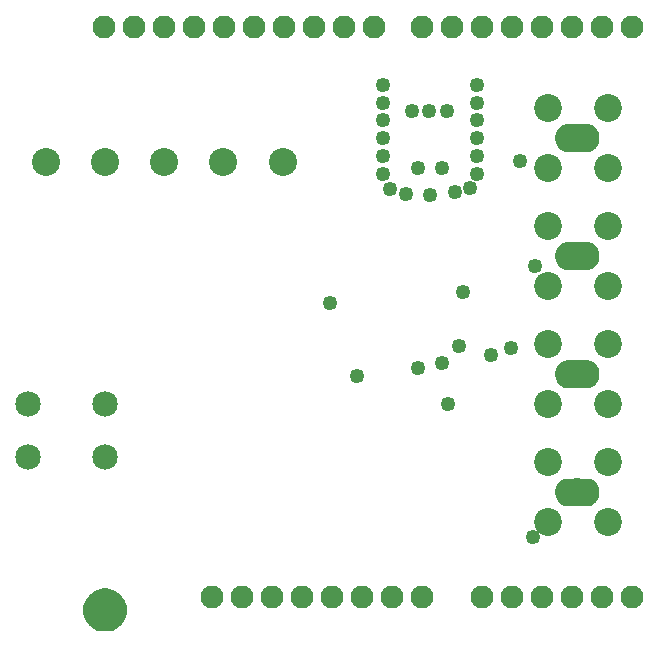
<source format=gbs>
G04 MADE WITH FRITZING*
G04 WWW.FRITZING.ORG*
G04 DOUBLE SIDED*
G04 HOLES PLATED*
G04 CONTOUR ON CENTER OF CONTOUR VECTOR*
%ASAXBY*%
%FSLAX23Y23*%
%MOIN*%
%OFA0B0*%
%SFA1.0B1.0*%
%ADD10C,0.059055*%
%ADD11C,0.049370*%
%ADD12C,0.093307*%
%ADD13C,0.085000*%
%ADD14C,0.092677*%
%ADD15C,0.093071*%
%ADD16C,0.076194*%
%ADD17C,0.076222*%
%ADD18C,0.030000*%
%ADD19R,0.001000X0.001000*%
%LNMASK0*%
G90*
G70*
G54D10*
X747Y65D03*
G54D11*
X1791Y873D03*
X1791Y1542D03*
X1869Y892D03*
X1869Y1542D03*
X1987Y1640D03*
X1673Y1581D03*
X1987Y1758D03*
X1673Y1817D03*
X1987Y1817D03*
X1696Y1471D03*
X1885Y1731D03*
X1673Y1758D03*
X1673Y1699D03*
X1826Y1731D03*
X1987Y1522D03*
X1987Y1581D03*
X1673Y1522D03*
X1987Y1699D03*
X1673Y1640D03*
X1771Y1731D03*
X1830Y1451D03*
X1964Y1475D03*
X1913Y1459D03*
X1751Y1455D03*
G54D12*
X1338Y1561D03*
X1141Y1561D03*
X944Y1561D03*
X747Y1561D03*
X550Y1561D03*
G54D11*
X1925Y947D03*
X2033Y918D03*
X2100Y939D03*
X1939Y1126D03*
X2131Y1563D03*
X2178Y1215D03*
X2173Y311D03*
X1495Y1089D03*
X1586Y847D03*
X1889Y754D03*
G54D13*
X747Y577D03*
X491Y577D03*
X747Y754D03*
X491Y754D03*
G54D14*
X2222Y559D03*
G54D15*
X2321Y460D03*
X2222Y359D03*
X2222Y559D03*
X2422Y359D03*
X2422Y559D03*
G54D14*
X2222Y953D03*
G54D15*
X2321Y854D03*
X2222Y753D03*
X2222Y953D03*
X2422Y753D03*
X2422Y953D03*
G54D14*
X2222Y1740D03*
G54D15*
X2321Y1641D03*
X2222Y1540D03*
X2222Y1740D03*
X2422Y1540D03*
X2422Y1740D03*
G54D16*
X2102Y112D03*
X2202Y112D03*
X2302Y112D03*
X2402Y112D03*
X2502Y112D03*
G54D17*
X1642Y2012D03*
X1542Y2012D03*
X1442Y2012D03*
X1342Y2012D03*
X1242Y2012D03*
X1142Y2012D03*
X1042Y2012D03*
X942Y2012D03*
X842Y2012D03*
X742Y2012D03*
X2502Y2012D03*
X2402Y2012D03*
X2302Y2012D03*
X2202Y2012D03*
X2102Y2012D03*
X2002Y2012D03*
X1902Y2012D03*
X1802Y2012D03*
G54D16*
X1202Y112D03*
X1102Y112D03*
X1302Y112D03*
X1402Y112D03*
X1502Y112D03*
X1602Y112D03*
X1702Y112D03*
X1802Y112D03*
X2002Y112D03*
G54D14*
X2222Y1346D03*
G54D15*
X2321Y1247D03*
X2222Y1147D03*
X2222Y1347D03*
X2422Y1147D03*
X2422Y1347D03*
G54D18*
G36*
X1370Y1530D02*
X1306Y1530D01*
X1306Y1593D01*
X1370Y1593D01*
X1370Y1530D01*
G37*
D02*
G54D19*
X2280Y1686D02*
X2361Y1686D01*
X2277Y1685D02*
X2365Y1685D01*
X2274Y1684D02*
X2368Y1684D01*
X2272Y1683D02*
X2370Y1683D01*
X2270Y1682D02*
X2372Y1682D01*
X2268Y1681D02*
X2373Y1681D01*
X2267Y1680D02*
X2375Y1680D01*
X2266Y1679D02*
X2376Y1679D01*
X2264Y1678D02*
X2377Y1678D01*
X2263Y1677D02*
X2378Y1677D01*
X2262Y1676D02*
X2380Y1676D01*
X2261Y1675D02*
X2380Y1675D01*
X2260Y1674D02*
X2381Y1674D01*
X2259Y1673D02*
X2382Y1673D01*
X2259Y1672D02*
X2383Y1672D01*
X2258Y1671D02*
X2384Y1671D01*
X2257Y1670D02*
X2385Y1670D01*
X2256Y1669D02*
X2385Y1669D01*
X2256Y1668D02*
X2386Y1668D01*
X2255Y1667D02*
X2387Y1667D01*
X2254Y1666D02*
X2387Y1666D01*
X2254Y1665D02*
X2388Y1665D01*
X2253Y1664D02*
X2388Y1664D01*
X2253Y1663D02*
X2389Y1663D01*
X2252Y1662D02*
X2389Y1662D01*
X2252Y1661D02*
X2390Y1661D01*
X2251Y1660D02*
X2316Y1660D01*
X2326Y1660D02*
X2390Y1660D01*
X2251Y1659D02*
X2314Y1659D01*
X2328Y1659D02*
X2391Y1659D01*
X2251Y1658D02*
X2312Y1658D01*
X2330Y1658D02*
X2391Y1658D01*
X2250Y1657D02*
X2311Y1657D01*
X2331Y1657D02*
X2391Y1657D01*
X2250Y1656D02*
X2310Y1656D01*
X2332Y1656D02*
X2392Y1656D01*
X2250Y1655D02*
X2309Y1655D01*
X2333Y1655D02*
X2392Y1655D01*
X2249Y1654D02*
X2308Y1654D01*
X2334Y1654D02*
X2392Y1654D01*
X2249Y1653D02*
X2307Y1653D01*
X2334Y1653D02*
X2393Y1653D01*
X2249Y1652D02*
X2307Y1652D01*
X2335Y1652D02*
X2393Y1652D01*
X2249Y1651D02*
X2306Y1651D01*
X2335Y1651D02*
X2393Y1651D01*
X2248Y1650D02*
X2306Y1650D01*
X2336Y1650D02*
X2393Y1650D01*
X2248Y1649D02*
X2306Y1649D01*
X2336Y1649D02*
X2393Y1649D01*
X2248Y1648D02*
X2305Y1648D01*
X2336Y1648D02*
X2394Y1648D01*
X2248Y1647D02*
X2305Y1647D01*
X2337Y1647D02*
X2394Y1647D01*
X2248Y1646D02*
X2305Y1646D01*
X2337Y1646D02*
X2394Y1646D01*
X2248Y1645D02*
X2305Y1645D01*
X2337Y1645D02*
X2394Y1645D01*
X2248Y1644D02*
X2305Y1644D01*
X2337Y1644D02*
X2394Y1644D01*
X2248Y1643D02*
X2304Y1643D01*
X2337Y1643D02*
X2394Y1643D01*
X2248Y1642D02*
X2304Y1642D01*
X2337Y1642D02*
X2394Y1642D01*
X2248Y1641D02*
X2304Y1641D01*
X2337Y1641D02*
X2394Y1641D01*
X2247Y1640D02*
X2304Y1640D01*
X2337Y1640D02*
X2394Y1640D01*
X2248Y1639D02*
X2304Y1639D01*
X2337Y1639D02*
X2394Y1639D01*
X2248Y1638D02*
X2304Y1638D01*
X2337Y1638D02*
X2394Y1638D01*
X2248Y1637D02*
X2305Y1637D01*
X2337Y1637D02*
X2394Y1637D01*
X2248Y1636D02*
X2305Y1636D01*
X2337Y1636D02*
X2394Y1636D01*
X2248Y1635D02*
X2305Y1635D01*
X2337Y1635D02*
X2394Y1635D01*
X2248Y1634D02*
X2305Y1634D01*
X2337Y1634D02*
X2394Y1634D01*
X2248Y1633D02*
X2305Y1633D01*
X2336Y1633D02*
X2394Y1633D01*
X2248Y1632D02*
X2306Y1632D01*
X2336Y1632D02*
X2393Y1632D01*
X2248Y1631D02*
X2306Y1631D01*
X2336Y1631D02*
X2393Y1631D01*
X2249Y1630D02*
X2306Y1630D01*
X2335Y1630D02*
X2393Y1630D01*
X2249Y1629D02*
X2307Y1629D01*
X2335Y1629D02*
X2393Y1629D01*
X2249Y1628D02*
X2307Y1628D01*
X2334Y1628D02*
X2393Y1628D01*
X2249Y1627D02*
X2308Y1627D01*
X2334Y1627D02*
X2392Y1627D01*
X2250Y1626D02*
X2309Y1626D01*
X2333Y1626D02*
X2392Y1626D01*
X2250Y1625D02*
X2310Y1625D01*
X2332Y1625D02*
X2392Y1625D01*
X2250Y1624D02*
X2311Y1624D01*
X2331Y1624D02*
X2391Y1624D01*
X2251Y1623D02*
X2312Y1623D01*
X2330Y1623D02*
X2391Y1623D01*
X2251Y1622D02*
X2313Y1622D01*
X2328Y1622D02*
X2391Y1622D01*
X2251Y1621D02*
X2316Y1621D01*
X2326Y1621D02*
X2390Y1621D01*
X2252Y1620D02*
X2390Y1620D01*
X2252Y1619D02*
X2389Y1619D01*
X2253Y1618D02*
X2389Y1618D01*
X2253Y1617D02*
X2388Y1617D01*
X2254Y1616D02*
X2388Y1616D01*
X2254Y1615D02*
X2387Y1615D01*
X2255Y1614D02*
X2387Y1614D01*
X2256Y1613D02*
X2386Y1613D01*
X2256Y1612D02*
X2386Y1612D01*
X2257Y1611D02*
X2385Y1611D01*
X2258Y1610D02*
X2384Y1610D01*
X2258Y1609D02*
X2383Y1609D01*
X2259Y1608D02*
X2383Y1608D01*
X2260Y1607D02*
X2382Y1607D01*
X2261Y1606D02*
X2381Y1606D01*
X2262Y1605D02*
X2380Y1605D01*
X2263Y1604D02*
X2379Y1604D01*
X2264Y1603D02*
X2378Y1603D01*
X2265Y1602D02*
X2376Y1602D01*
X2267Y1601D02*
X2375Y1601D01*
X2268Y1600D02*
X2374Y1600D01*
X2270Y1599D02*
X2372Y1599D01*
X2271Y1598D02*
X2370Y1598D01*
X2274Y1597D02*
X2368Y1597D01*
X2276Y1596D02*
X2366Y1596D01*
X2279Y1595D02*
X2362Y1595D01*
X2285Y1293D02*
X2356Y1293D01*
X2279Y1292D02*
X2363Y1292D01*
X2276Y1291D02*
X2366Y1291D01*
X2273Y1290D02*
X2368Y1290D01*
X2271Y1289D02*
X2371Y1289D01*
X2269Y1288D02*
X2372Y1288D01*
X2268Y1287D02*
X2374Y1287D01*
X2266Y1286D02*
X2375Y1286D01*
X2265Y1285D02*
X2377Y1285D01*
X2264Y1284D02*
X2378Y1284D01*
X2263Y1283D02*
X2379Y1283D01*
X2262Y1282D02*
X2380Y1282D01*
X2261Y1281D02*
X2381Y1281D01*
X2260Y1280D02*
X2382Y1280D01*
X2259Y1279D02*
X2383Y1279D01*
X2258Y1278D02*
X2383Y1278D01*
X2258Y1277D02*
X2384Y1277D01*
X2257Y1276D02*
X2385Y1276D01*
X2256Y1275D02*
X2386Y1275D01*
X2255Y1274D02*
X2386Y1274D01*
X2255Y1273D02*
X2387Y1273D01*
X2254Y1272D02*
X2388Y1272D01*
X2254Y1271D02*
X2388Y1271D01*
X2253Y1270D02*
X2389Y1270D01*
X2253Y1269D02*
X2389Y1269D01*
X2252Y1268D02*
X2390Y1268D01*
X2252Y1267D02*
X2320Y1267D01*
X2322Y1267D02*
X2390Y1267D01*
X2251Y1266D02*
X2315Y1266D01*
X2327Y1266D02*
X2390Y1266D01*
X2251Y1265D02*
X2313Y1265D01*
X2329Y1265D02*
X2391Y1265D01*
X2251Y1264D02*
X2311Y1264D01*
X2330Y1264D02*
X2391Y1264D01*
X2250Y1263D02*
X2310Y1263D01*
X2331Y1263D02*
X2392Y1263D01*
X2250Y1262D02*
X2309Y1262D01*
X2332Y1262D02*
X2392Y1262D01*
X2250Y1261D02*
X2309Y1261D01*
X2333Y1261D02*
X2392Y1261D01*
X2249Y1260D02*
X2308Y1260D01*
X2334Y1260D02*
X2392Y1260D01*
X2249Y1259D02*
X2307Y1259D01*
X2334Y1259D02*
X2393Y1259D01*
X2249Y1258D02*
X2307Y1258D01*
X2335Y1258D02*
X2393Y1258D01*
X2249Y1257D02*
X2306Y1257D01*
X2335Y1257D02*
X2393Y1257D01*
X2248Y1256D02*
X2306Y1256D01*
X2336Y1256D02*
X2393Y1256D01*
X2248Y1255D02*
X2305Y1255D01*
X2336Y1255D02*
X2394Y1255D01*
X2248Y1254D02*
X2305Y1254D01*
X2336Y1254D02*
X2394Y1254D01*
X2248Y1253D02*
X2305Y1253D01*
X2337Y1253D02*
X2394Y1253D01*
X2248Y1252D02*
X2305Y1252D01*
X2337Y1252D02*
X2394Y1252D01*
X2248Y1251D02*
X2305Y1251D01*
X2337Y1251D02*
X2394Y1251D01*
X2248Y1250D02*
X2305Y1250D01*
X2337Y1250D02*
X2394Y1250D01*
X2248Y1249D02*
X2304Y1249D01*
X2337Y1249D02*
X2394Y1249D01*
X2248Y1248D02*
X2304Y1248D01*
X2337Y1248D02*
X2394Y1248D01*
X2247Y1247D02*
X2304Y1247D01*
X2337Y1247D02*
X2394Y1247D01*
X2248Y1246D02*
X2304Y1246D01*
X2337Y1246D02*
X2394Y1246D01*
X2248Y1245D02*
X2304Y1245D01*
X2337Y1245D02*
X2394Y1245D01*
X2248Y1244D02*
X2304Y1244D01*
X2337Y1244D02*
X2394Y1244D01*
X2248Y1243D02*
X2305Y1243D01*
X2337Y1243D02*
X2394Y1243D01*
X2248Y1242D02*
X2305Y1242D01*
X2337Y1242D02*
X2394Y1242D01*
X2248Y1241D02*
X2305Y1241D01*
X2337Y1241D02*
X2394Y1241D01*
X2248Y1240D02*
X2305Y1240D01*
X2337Y1240D02*
X2394Y1240D01*
X2248Y1239D02*
X2305Y1239D01*
X2336Y1239D02*
X2394Y1239D01*
X2248Y1238D02*
X2306Y1238D01*
X2336Y1238D02*
X2393Y1238D01*
X2248Y1237D02*
X2306Y1237D01*
X2336Y1237D02*
X2393Y1237D01*
X2249Y1236D02*
X2307Y1236D01*
X2335Y1236D02*
X2393Y1236D01*
X2249Y1235D02*
X2307Y1235D01*
X2335Y1235D02*
X2393Y1235D01*
X2249Y1234D02*
X2308Y1234D01*
X2334Y1234D02*
X2393Y1234D01*
X2249Y1233D02*
X2308Y1233D01*
X2333Y1233D02*
X2392Y1233D01*
X2250Y1232D02*
X2309Y1232D01*
X2333Y1232D02*
X2392Y1232D01*
X2250Y1231D02*
X2310Y1231D01*
X2332Y1231D02*
X2392Y1231D01*
X2250Y1230D02*
X2311Y1230D01*
X2331Y1230D02*
X2391Y1230D01*
X2251Y1229D02*
X2312Y1229D01*
X2329Y1229D02*
X2391Y1229D01*
X2251Y1228D02*
X2314Y1228D01*
X2328Y1228D02*
X2391Y1228D01*
X2252Y1227D02*
X2317Y1227D01*
X2325Y1227D02*
X2390Y1227D01*
X2252Y1226D02*
X2390Y1226D01*
X2252Y1225D02*
X2389Y1225D01*
X2253Y1224D02*
X2389Y1224D01*
X2253Y1223D02*
X2388Y1223D01*
X2254Y1222D02*
X2388Y1222D01*
X2255Y1221D02*
X2387Y1221D01*
X2255Y1220D02*
X2387Y1220D01*
X2256Y1219D02*
X2386Y1219D01*
X2256Y1218D02*
X2385Y1218D01*
X2257Y1217D02*
X2385Y1217D01*
X2258Y1216D02*
X2384Y1216D01*
X2259Y1215D02*
X2383Y1215D01*
X2260Y1214D02*
X2382Y1214D01*
X2260Y1213D02*
X2381Y1213D01*
X2261Y1212D02*
X2380Y1212D01*
X2262Y1211D02*
X2379Y1211D01*
X2263Y1210D02*
X2378Y1210D01*
X2265Y1209D02*
X2377Y1209D01*
X2266Y1208D02*
X2376Y1208D01*
X2267Y1207D02*
X2374Y1207D01*
X2269Y1206D02*
X2373Y1206D01*
X2270Y1205D02*
X2371Y1205D01*
X2272Y1204D02*
X2369Y1204D01*
X2274Y1203D02*
X2367Y1203D01*
X2277Y1202D02*
X2364Y1202D01*
X2281Y1201D02*
X2360Y1201D01*
X2282Y899D02*
X2360Y899D01*
X2277Y898D02*
X2364Y898D01*
X2275Y897D02*
X2367Y897D01*
X2272Y896D02*
X2369Y896D01*
X2270Y895D02*
X2371Y895D01*
X2269Y894D02*
X2373Y894D01*
X2267Y893D02*
X2374Y893D01*
X2266Y892D02*
X2376Y892D01*
X2265Y891D02*
X2377Y891D01*
X2264Y890D02*
X2378Y890D01*
X2262Y889D02*
X2379Y889D01*
X2261Y888D02*
X2380Y888D01*
X2261Y887D02*
X2381Y887D01*
X2260Y886D02*
X2382Y886D01*
X2259Y885D02*
X2383Y885D01*
X2258Y884D02*
X2384Y884D01*
X2257Y883D02*
X2384Y883D01*
X2256Y882D02*
X2385Y882D01*
X2256Y881D02*
X2386Y881D01*
X2255Y880D02*
X2387Y880D01*
X2255Y879D02*
X2387Y879D01*
X2254Y878D02*
X2388Y878D01*
X2253Y877D02*
X2388Y877D01*
X2253Y876D02*
X2389Y876D01*
X2252Y875D02*
X2389Y875D01*
X2252Y874D02*
X2390Y874D01*
X2252Y873D02*
X2317Y873D01*
X2325Y873D02*
X2390Y873D01*
X2251Y872D02*
X2314Y872D01*
X2328Y872D02*
X2391Y872D01*
X2251Y871D02*
X2312Y871D01*
X2329Y871D02*
X2391Y871D01*
X2250Y870D02*
X2311Y870D01*
X2331Y870D02*
X2391Y870D01*
X2250Y869D02*
X2310Y869D01*
X2332Y869D02*
X2392Y869D01*
X2250Y868D02*
X2309Y868D01*
X2333Y868D02*
X2392Y868D01*
X2249Y867D02*
X2308Y867D01*
X2333Y867D02*
X2392Y867D01*
X2249Y866D02*
X2308Y866D01*
X2334Y866D02*
X2393Y866D01*
X2249Y865D02*
X2307Y865D01*
X2335Y865D02*
X2393Y865D01*
X2249Y864D02*
X2307Y864D01*
X2335Y864D02*
X2393Y864D01*
X2248Y863D02*
X2306Y863D01*
X2336Y863D02*
X2393Y863D01*
X2248Y862D02*
X2306Y862D01*
X2336Y862D02*
X2393Y862D01*
X2248Y861D02*
X2305Y861D01*
X2336Y861D02*
X2394Y861D01*
X2248Y860D02*
X2305Y860D01*
X2337Y860D02*
X2394Y860D01*
X2248Y859D02*
X2305Y859D01*
X2337Y859D02*
X2394Y859D01*
X2248Y858D02*
X2305Y858D01*
X2337Y858D02*
X2394Y858D01*
X2248Y857D02*
X2305Y857D01*
X2337Y857D02*
X2394Y857D01*
X2248Y856D02*
X2304Y856D01*
X2337Y856D02*
X2394Y856D01*
X2248Y855D02*
X2304Y855D01*
X2337Y855D02*
X2394Y855D01*
X2248Y854D02*
X2304Y854D01*
X2337Y854D02*
X2394Y854D01*
X2247Y853D02*
X2304Y853D01*
X2337Y853D02*
X2394Y853D01*
X2248Y852D02*
X2304Y852D01*
X2337Y852D02*
X2394Y852D01*
X2248Y851D02*
X2304Y851D01*
X2337Y851D02*
X2394Y851D01*
X2248Y850D02*
X2305Y850D01*
X2337Y850D02*
X2394Y850D01*
X2248Y849D02*
X2305Y849D01*
X2337Y849D02*
X2394Y849D01*
X2248Y848D02*
X2305Y848D01*
X2337Y848D02*
X2394Y848D01*
X2248Y847D02*
X2305Y847D01*
X2337Y847D02*
X2394Y847D01*
X2248Y846D02*
X2305Y846D01*
X2336Y846D02*
X2394Y846D01*
X2248Y845D02*
X2305Y845D01*
X2336Y845D02*
X2394Y845D01*
X2248Y844D02*
X2306Y844D01*
X2336Y844D02*
X2393Y844D01*
X2249Y843D02*
X2306Y843D01*
X2335Y843D02*
X2393Y843D01*
X2249Y842D02*
X2307Y842D01*
X2335Y842D02*
X2393Y842D01*
X2249Y841D02*
X2307Y841D01*
X2335Y841D02*
X2393Y841D01*
X2249Y840D02*
X2308Y840D01*
X2334Y840D02*
X2392Y840D01*
X2250Y839D02*
X2308Y839D01*
X2333Y839D02*
X2392Y839D01*
X2250Y838D02*
X2309Y838D01*
X2332Y838D02*
X2392Y838D01*
X2250Y837D02*
X2310Y837D01*
X2331Y837D02*
X2392Y837D01*
X2250Y836D02*
X2311Y836D01*
X2330Y836D02*
X2391Y836D01*
X2251Y835D02*
X2313Y835D01*
X2329Y835D02*
X2391Y835D01*
X2251Y834D02*
X2315Y834D01*
X2327Y834D02*
X2390Y834D01*
X2252Y833D02*
X2319Y833D01*
X2322Y833D02*
X2390Y833D01*
X2252Y832D02*
X2390Y832D01*
X2253Y831D02*
X2389Y831D01*
X2253Y830D02*
X2389Y830D01*
X2254Y829D02*
X2388Y829D01*
X2254Y828D02*
X2388Y828D01*
X2255Y827D02*
X2387Y827D01*
X2255Y826D02*
X2386Y826D01*
X2256Y825D02*
X2386Y825D01*
X2257Y824D02*
X2385Y824D01*
X2257Y823D02*
X2384Y823D01*
X2258Y822D02*
X2383Y822D01*
X2259Y821D02*
X2383Y821D01*
X2260Y820D02*
X2382Y820D01*
X2261Y819D02*
X2381Y819D01*
X2262Y818D02*
X2380Y818D01*
X2263Y817D02*
X2379Y817D01*
X2264Y816D02*
X2378Y816D01*
X2265Y815D02*
X2377Y815D01*
X2266Y814D02*
X2375Y814D01*
X2268Y813D02*
X2374Y813D01*
X2269Y812D02*
X2372Y812D01*
X2271Y811D02*
X2371Y811D01*
X2273Y810D02*
X2369Y810D01*
X2275Y809D02*
X2366Y809D01*
X2278Y808D02*
X2363Y808D01*
X2284Y807D02*
X2358Y807D01*
X2280Y505D02*
X2362Y505D01*
X2276Y504D02*
X2365Y504D01*
X2274Y503D02*
X2368Y503D01*
X2272Y502D02*
X2370Y502D01*
X2270Y501D02*
X2372Y501D01*
X2268Y500D02*
X2374Y500D01*
X2267Y499D02*
X2375Y499D01*
X2265Y498D02*
X2376Y498D01*
X2264Y497D02*
X2377Y497D01*
X2263Y496D02*
X2379Y496D01*
X2262Y495D02*
X2380Y495D01*
X2261Y494D02*
X2381Y494D01*
X2260Y493D02*
X2382Y493D01*
X2259Y492D02*
X2382Y492D01*
X2258Y491D02*
X2383Y491D01*
X2258Y490D02*
X2384Y490D01*
X2257Y489D02*
X2385Y489D01*
X2256Y488D02*
X2385Y488D01*
X2256Y487D02*
X2386Y487D01*
X2255Y486D02*
X2387Y486D01*
X2254Y485D02*
X2387Y485D01*
X2254Y484D02*
X2388Y484D01*
X2253Y483D02*
X2388Y483D01*
X2253Y482D02*
X2389Y482D01*
X2252Y481D02*
X2389Y481D01*
X2252Y480D02*
X2390Y480D01*
X2251Y479D02*
X2316Y479D01*
X2326Y479D02*
X2390Y479D01*
X2251Y478D02*
X2313Y478D01*
X2328Y478D02*
X2391Y478D01*
X2251Y477D02*
X2312Y477D01*
X2330Y477D02*
X2391Y477D01*
X2250Y476D02*
X2311Y476D01*
X2331Y476D02*
X2391Y476D01*
X2250Y475D02*
X2310Y475D01*
X2332Y475D02*
X2392Y475D01*
X2250Y474D02*
X2309Y474D01*
X2333Y474D02*
X2392Y474D01*
X2249Y473D02*
X2308Y473D01*
X2334Y473D02*
X2392Y473D01*
X2249Y472D02*
X2307Y472D01*
X2334Y472D02*
X2393Y472D01*
X2249Y471D02*
X2307Y471D01*
X2335Y471D02*
X2393Y471D01*
X2249Y470D02*
X2306Y470D01*
X2335Y470D02*
X2393Y470D01*
X2248Y469D02*
X2306Y469D01*
X2336Y469D02*
X2393Y469D01*
X2248Y468D02*
X2306Y468D01*
X2336Y468D02*
X2393Y468D01*
X2248Y467D02*
X2305Y467D01*
X2336Y467D02*
X2394Y467D01*
X2248Y466D02*
X2305Y466D01*
X2337Y466D02*
X2394Y466D01*
X2248Y465D02*
X2305Y465D01*
X2337Y465D02*
X2394Y465D01*
X2248Y464D02*
X2305Y464D01*
X2337Y464D02*
X2394Y464D01*
X2248Y463D02*
X2305Y463D01*
X2337Y463D02*
X2394Y463D01*
X2248Y462D02*
X2304Y462D01*
X2337Y462D02*
X2394Y462D01*
X2248Y461D02*
X2304Y461D01*
X2337Y461D02*
X2394Y461D01*
X2247Y460D02*
X2304Y460D01*
X2337Y460D02*
X2394Y460D01*
X2248Y459D02*
X2304Y459D01*
X2337Y459D02*
X2394Y459D01*
X2248Y458D02*
X2304Y458D01*
X2337Y458D02*
X2394Y458D01*
X2248Y457D02*
X2304Y457D01*
X2337Y457D02*
X2394Y457D01*
X2248Y456D02*
X2305Y456D01*
X2337Y456D02*
X2394Y456D01*
X2248Y455D02*
X2305Y455D01*
X2337Y455D02*
X2394Y455D01*
X2248Y454D02*
X2305Y454D01*
X2337Y454D02*
X2394Y454D01*
X2248Y453D02*
X2305Y453D01*
X2337Y453D02*
X2394Y453D01*
X2248Y452D02*
X2305Y452D01*
X2336Y452D02*
X2394Y452D01*
X2248Y451D02*
X2306Y451D01*
X2336Y451D02*
X2393Y451D01*
X2248Y450D02*
X2306Y450D01*
X2336Y450D02*
X2393Y450D01*
X2249Y449D02*
X2306Y449D01*
X2335Y449D02*
X2393Y449D01*
X2249Y448D02*
X2307Y448D01*
X2335Y448D02*
X2393Y448D01*
X2249Y447D02*
X2307Y447D01*
X2334Y447D02*
X2393Y447D01*
X2249Y446D02*
X2308Y446D01*
X2334Y446D02*
X2392Y446D01*
X2250Y445D02*
X2309Y445D01*
X2333Y445D02*
X2392Y445D01*
X2250Y444D02*
X2310Y444D01*
X2332Y444D02*
X2392Y444D01*
X2250Y443D02*
X2311Y443D01*
X2331Y443D02*
X2391Y443D01*
X2251Y442D02*
X2312Y442D01*
X2330Y442D02*
X2391Y442D01*
X2251Y441D02*
X2313Y441D01*
X2328Y441D02*
X2391Y441D01*
X2251Y440D02*
X2316Y440D01*
X2326Y440D02*
X2390Y440D01*
X2252Y439D02*
X2390Y439D01*
X2252Y438D02*
X2389Y438D01*
X2253Y437D02*
X2389Y437D01*
X2253Y436D02*
X2388Y436D01*
X2254Y435D02*
X2388Y435D01*
X2254Y434D02*
X2387Y434D01*
X2255Y433D02*
X2387Y433D01*
X2256Y432D02*
X2386Y432D01*
X2256Y431D02*
X2385Y431D01*
X2257Y430D02*
X2385Y430D01*
X2258Y429D02*
X2384Y429D01*
X2259Y428D02*
X2383Y428D01*
X2259Y427D02*
X2382Y427D01*
X2260Y426D02*
X2381Y426D01*
X2261Y425D02*
X2381Y425D01*
X2262Y424D02*
X2380Y424D01*
X2263Y423D02*
X2378Y423D01*
X2264Y422D02*
X2377Y422D01*
X2266Y421D02*
X2376Y421D01*
X2267Y420D02*
X2375Y420D01*
X2268Y419D02*
X2373Y419D01*
X2270Y418D02*
X2372Y418D01*
X2272Y417D02*
X2370Y417D01*
X2274Y416D02*
X2368Y416D01*
X2277Y415D02*
X2365Y415D01*
X2280Y414D02*
X2362Y414D01*
X738Y139D02*
X755Y139D01*
X733Y138D02*
X761Y138D01*
X729Y137D02*
X764Y137D01*
X726Y136D02*
X767Y136D01*
X723Y135D02*
X770Y135D01*
X721Y134D02*
X772Y134D01*
X719Y133D02*
X774Y133D01*
X717Y132D02*
X776Y132D01*
X715Y131D02*
X778Y131D01*
X713Y130D02*
X780Y130D01*
X711Y129D02*
X782Y129D01*
X710Y128D02*
X783Y128D01*
X708Y127D02*
X785Y127D01*
X707Y126D02*
X786Y126D01*
X706Y125D02*
X788Y125D01*
X704Y124D02*
X789Y124D01*
X703Y123D02*
X790Y123D01*
X702Y122D02*
X791Y122D01*
X701Y121D02*
X793Y121D01*
X699Y120D02*
X794Y120D01*
X698Y119D02*
X795Y119D01*
X697Y118D02*
X796Y118D01*
X696Y117D02*
X797Y117D01*
X695Y116D02*
X798Y116D01*
X694Y115D02*
X799Y115D01*
X693Y114D02*
X800Y114D01*
X693Y113D02*
X801Y113D01*
X692Y112D02*
X802Y112D01*
X691Y111D02*
X802Y111D01*
X690Y110D02*
X803Y110D01*
X689Y109D02*
X804Y109D01*
X688Y108D02*
X805Y108D01*
X688Y107D02*
X805Y107D01*
X687Y106D02*
X806Y106D01*
X686Y105D02*
X807Y105D01*
X686Y104D02*
X808Y104D01*
X685Y103D02*
X808Y103D01*
X684Y102D02*
X809Y102D01*
X684Y101D02*
X809Y101D01*
X683Y100D02*
X810Y100D01*
X682Y99D02*
X811Y99D01*
X682Y98D02*
X811Y98D01*
X681Y97D02*
X812Y97D01*
X681Y96D02*
X812Y96D01*
X680Y95D02*
X813Y95D01*
X680Y94D02*
X813Y94D01*
X679Y93D02*
X814Y93D01*
X679Y92D02*
X814Y92D01*
X679Y91D02*
X815Y91D01*
X678Y90D02*
X815Y90D01*
X678Y89D02*
X815Y89D01*
X677Y88D02*
X816Y88D01*
X677Y87D02*
X816Y87D01*
X677Y86D02*
X817Y86D01*
X676Y85D02*
X817Y85D01*
X676Y84D02*
X817Y84D01*
X676Y83D02*
X817Y83D01*
X675Y82D02*
X818Y82D01*
X675Y81D02*
X818Y81D01*
X675Y80D02*
X818Y80D01*
X675Y79D02*
X818Y79D01*
X675Y78D02*
X819Y78D01*
X674Y77D02*
X819Y77D01*
X674Y76D02*
X819Y76D01*
X674Y75D02*
X819Y75D01*
X674Y74D02*
X819Y74D01*
X674Y73D02*
X820Y73D01*
X674Y72D02*
X820Y72D01*
X673Y71D02*
X820Y71D01*
X673Y70D02*
X820Y70D01*
X673Y69D02*
X820Y69D01*
X673Y68D02*
X820Y68D01*
X673Y67D02*
X820Y67D01*
X673Y66D02*
X820Y66D01*
X673Y65D02*
X820Y65D01*
X673Y64D02*
X820Y64D01*
X673Y63D02*
X820Y63D01*
X673Y62D02*
X820Y62D01*
X673Y61D02*
X820Y61D01*
X674Y60D02*
X820Y60D01*
X674Y59D02*
X820Y59D01*
X674Y58D02*
X819Y58D01*
X674Y57D02*
X819Y57D01*
X674Y56D02*
X819Y56D01*
X674Y55D02*
X819Y55D01*
X674Y54D02*
X819Y54D01*
X675Y53D02*
X818Y53D01*
X675Y52D02*
X818Y52D01*
X675Y51D02*
X818Y51D01*
X675Y50D02*
X818Y50D01*
X676Y49D02*
X817Y49D01*
X676Y48D02*
X817Y48D01*
X676Y47D02*
X817Y47D01*
X677Y46D02*
X817Y46D01*
X677Y45D02*
X816Y45D01*
X677Y44D02*
X816Y44D01*
X678Y43D02*
X815Y43D01*
X678Y42D02*
X815Y42D01*
X679Y41D02*
X815Y41D01*
X679Y40D02*
X814Y40D01*
X679Y39D02*
X814Y39D01*
X680Y38D02*
X813Y38D01*
X680Y37D02*
X813Y37D01*
X681Y36D02*
X812Y36D01*
X681Y35D02*
X812Y35D01*
X682Y34D02*
X811Y34D01*
X682Y33D02*
X811Y33D01*
X683Y32D02*
X810Y32D01*
X684Y31D02*
X810Y31D01*
X684Y30D02*
X809Y30D01*
X685Y29D02*
X808Y29D01*
X686Y28D02*
X808Y28D01*
X686Y27D02*
X807Y27D01*
X687Y26D02*
X806Y26D01*
X688Y25D02*
X806Y25D01*
X688Y24D02*
X805Y24D01*
X689Y23D02*
X804Y23D01*
X690Y22D02*
X803Y22D01*
X691Y21D02*
X802Y21D01*
X691Y20D02*
X802Y20D01*
X692Y19D02*
X801Y19D01*
X693Y18D02*
X800Y18D01*
X694Y17D02*
X799Y17D01*
X695Y16D02*
X798Y16D01*
X696Y15D02*
X797Y15D01*
X697Y14D02*
X796Y14D01*
X698Y13D02*
X795Y13D01*
X699Y12D02*
X794Y12D01*
X700Y11D02*
X793Y11D01*
X702Y10D02*
X792Y10D01*
X703Y9D02*
X790Y9D01*
X704Y8D02*
X789Y8D01*
X705Y7D02*
X788Y7D01*
X707Y6D02*
X786Y6D01*
X708Y5D02*
X785Y5D01*
X710Y4D02*
X783Y4D01*
X711Y3D02*
X782Y3D01*
X713Y2D02*
X780Y2D01*
X715Y1D02*
X779Y1D01*
X717Y0D02*
X777Y0D01*
X718Y-1D02*
X775Y-1D01*
D02*
G04 End of Mask0*
M02*
</source>
